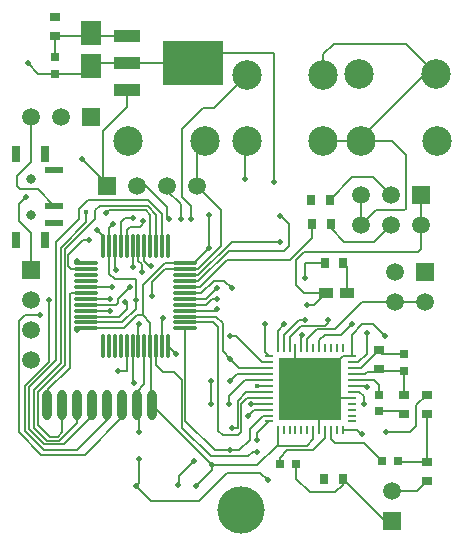
<source format=gtl>
G04*
G04 #@! TF.GenerationSoftware,Altium Limited,Altium Designer,18.0.11 (651)*
G04*
G04 Layer_Physical_Order=1*
G04 Layer_Color=255*
%FSLAX25Y25*%
%MOIN*%
G70*
G01*
G75*
%ADD17R,0.05906X0.02362*%
%ADD18R,0.03150X0.05512*%
%ADD19R,0.03799X0.03150*%
%ADD20R,0.05000X0.03500*%
%ADD21R,0.03150X0.03799*%
%ADD22R,0.03000X0.03000*%
%ADD23O,0.03150X0.10079*%
%ADD24R,0.03000X0.03000*%
%ADD25O,0.00984X0.03150*%
%ADD26O,0.03150X0.00984*%
%ADD27R,0.20866X0.20866*%
%ADD28O,0.01181X0.08268*%
%ADD29O,0.08268X0.01181*%
%ADD30R,0.06693X0.07874*%
%ADD31R,0.20000X0.15000*%
%ADD32R,0.09000X0.04000*%
%ADD57C,0.00500*%
%ADD58C,0.05906*%
%ADD59R,0.05906X0.05906*%
%ADD60C,0.03150*%
%ADD61C,0.09843*%
%ADD62R,0.05906X0.05906*%
%ADD63C,0.01968*%
%ADD64C,0.01575*%
%ADD65C,0.02598*%
%ADD66C,0.15748*%
D17*
X15858Y-74858D02*
D03*
Y-68953D02*
D03*
Y-57142D02*
D03*
D18*
X12921Y-80370D02*
D03*
X3079D02*
D03*
Y-51630D02*
D03*
X12921D02*
D03*
D19*
X140000Y-132000D02*
D03*
Y-138299D02*
D03*
X132500Y-138500D02*
D03*
Y-132201D02*
D03*
X140000Y-160799D02*
D03*
Y-154500D02*
D03*
X124000Y-117201D02*
D03*
Y-123500D02*
D03*
X16000Y-6201D02*
D03*
Y-12500D02*
D03*
D20*
X106500Y-98000D02*
D03*
X113500D02*
D03*
D21*
X112299Y-88000D02*
D03*
X106000D02*
D03*
X105701Y-160000D02*
D03*
X112000D02*
D03*
X107799Y-67000D02*
D03*
X101500D02*
D03*
X101701Y-75000D02*
D03*
X108000D02*
D03*
D22*
X96500Y-155100D02*
D03*
X91000Y-155000D02*
D03*
X130500Y-154000D02*
D03*
X125000Y-153900D02*
D03*
D23*
X48500Y-135500D02*
D03*
X43500D02*
D03*
X38500D02*
D03*
X33500D02*
D03*
X28500D02*
D03*
X23500D02*
D03*
X18500D02*
D03*
X13500D02*
D03*
D24*
X124000Y-137500D02*
D03*
X124100Y-132000D02*
D03*
X132600Y-118500D02*
D03*
X132500Y-124000D02*
D03*
X16000Y-25000D02*
D03*
X16100Y-19500D02*
D03*
D25*
X90394Y-143827D02*
D03*
X92362D02*
D03*
X94331D02*
D03*
X96299D02*
D03*
X98268D02*
D03*
X100236D02*
D03*
X102205D02*
D03*
X104173D02*
D03*
X106142D02*
D03*
X108110D02*
D03*
X110079D02*
D03*
X112047D02*
D03*
Y-116268D02*
D03*
X110079D02*
D03*
X108110D02*
D03*
X106142D02*
D03*
X104173D02*
D03*
X102205D02*
D03*
X100236D02*
D03*
X98268D02*
D03*
X96299D02*
D03*
X94331D02*
D03*
X92362D02*
D03*
X90394D02*
D03*
D26*
X115000Y-140874D02*
D03*
Y-138906D02*
D03*
Y-136937D02*
D03*
Y-134968D02*
D03*
Y-133000D02*
D03*
Y-131032D02*
D03*
Y-129063D02*
D03*
Y-127094D02*
D03*
Y-125126D02*
D03*
Y-123158D02*
D03*
Y-121189D02*
D03*
Y-119220D02*
D03*
X87441D02*
D03*
Y-121189D02*
D03*
Y-123158D02*
D03*
Y-125126D02*
D03*
Y-127094D02*
D03*
Y-129063D02*
D03*
Y-131032D02*
D03*
Y-133000D02*
D03*
Y-134968D02*
D03*
Y-136937D02*
D03*
Y-138906D02*
D03*
Y-140874D02*
D03*
D27*
X101221Y-130047D02*
D03*
D28*
X32173Y-115642D02*
D03*
X34142D02*
D03*
X36110D02*
D03*
X38079D02*
D03*
X40047D02*
D03*
X42016D02*
D03*
X43984D02*
D03*
X45953D02*
D03*
X47921D02*
D03*
X49890D02*
D03*
X51858D02*
D03*
X53827D02*
D03*
Y-82458D02*
D03*
X51858D02*
D03*
X49890D02*
D03*
X47921D02*
D03*
X45953D02*
D03*
X43984D02*
D03*
X42016D02*
D03*
X40047D02*
D03*
X38079D02*
D03*
X36110D02*
D03*
X34142D02*
D03*
X32173D02*
D03*
D29*
X59642Y-109827D02*
D03*
Y-107858D02*
D03*
Y-105890D02*
D03*
Y-103921D02*
D03*
Y-101953D02*
D03*
Y-99984D02*
D03*
Y-98016D02*
D03*
Y-96047D02*
D03*
Y-94079D02*
D03*
Y-92110D02*
D03*
Y-90142D02*
D03*
Y-88173D02*
D03*
X26358D02*
D03*
Y-90142D02*
D03*
Y-92110D02*
D03*
Y-94079D02*
D03*
Y-96047D02*
D03*
Y-98016D02*
D03*
Y-99984D02*
D03*
Y-101953D02*
D03*
Y-103921D02*
D03*
Y-105890D02*
D03*
Y-107858D02*
D03*
Y-109827D02*
D03*
D30*
X28000Y-22315D02*
D03*
Y-11500D02*
D03*
D31*
X62000Y-21500D02*
D03*
D32*
X40000D02*
D03*
Y-12500D02*
D03*
Y-30500D02*
D03*
D57*
X42000Y-127500D02*
Y-115657D01*
Y-127500D02*
X42500Y-128000D01*
X47000Y-69000D02*
X49890Y-71890D01*
X31000Y-69000D02*
X47000D01*
X49890Y-82458D02*
Y-71890D01*
X47000Y-67000D02*
X51858Y-71858D01*
X27000Y-67000D02*
X47000D01*
X24000Y-70000D02*
X27000Y-67000D01*
X53500Y-73500D02*
Y-69500D01*
X43500Y-62500D02*
X46500D01*
X58000Y-73500D02*
Y-68500D01*
X53500Y-64000D02*
X58000Y-68500D01*
X53500Y-64000D02*
Y-62500D01*
X21000Y-123000D02*
Y-98500D01*
X13500Y-130500D02*
X21000Y-123000D01*
X13500Y-135500D02*
Y-130500D01*
X25500Y-80500D02*
X27500D01*
X20500Y-85500D02*
X25500Y-80500D01*
X20500Y-89000D02*
Y-85500D01*
X69500Y-150500D02*
X74500D01*
X59642Y-140642D02*
X69500Y-150500D01*
X59642Y-140642D02*
Y-109827D01*
X117500Y-47000D02*
X139500Y-25000D01*
X104173Y-133000D02*
X115000D01*
X104173Y-143827D02*
Y-137134D01*
X25315Y-25000D02*
X28000Y-22315D01*
X8000Y-54500D02*
Y-39500D01*
X3500Y-59000D02*
X8000Y-54500D01*
X3500Y-62500D02*
Y-59000D01*
Y-62500D02*
X4500Y-63500D01*
X10406D01*
X15858Y-68953D01*
X7000Y-21500D02*
X10500Y-25000D01*
X16000D01*
Y-19400D02*
X16100Y-19500D01*
X16000Y-19400D02*
Y-12500D01*
X27000D02*
X28000Y-11500D01*
X16000Y-12500D02*
X27000D01*
X28000Y-11500D02*
X29000Y-12500D01*
X40000D01*
X139500Y-25000D02*
X143000D01*
X117500Y-47000D02*
X118000Y-47500D01*
X133000Y-15000D02*
X143000Y-25000D01*
X109000Y-15000D02*
X133000D01*
X105591Y-18409D02*
X109000Y-15000D01*
X105591Y-25500D02*
Y-18409D01*
X122500Y-81000D02*
X128000Y-75500D01*
X112500Y-81000D02*
X122500D01*
X108000Y-76500D02*
X112500Y-81000D01*
X108000Y-76500D02*
Y-75000D01*
X105591Y-47500D02*
X118000D01*
X128500D01*
X133000Y-52000D01*
Y-70000D02*
Y-52000D01*
X132500Y-70500D02*
X133000Y-70000D01*
X123000Y-70500D02*
X132500D01*
X118000Y-75500D02*
X123000Y-70500D01*
X122000Y-59500D02*
X128000Y-65500D01*
X115299Y-59500D02*
X122000D01*
X107799Y-67000D02*
X115299Y-59500D01*
X101701Y-79799D02*
Y-75000D01*
X94500Y-87000D02*
X101701Y-79799D01*
X73500Y-87000D02*
X94500D01*
X64453Y-96047D02*
X73500Y-87000D01*
X59642Y-96047D02*
X64453D01*
X63890Y-92110D02*
X75000Y-81000D01*
X91000D01*
Y-72500D02*
X91500D01*
X94000Y-75000D01*
Y-82500D02*
Y-75000D01*
X92500Y-84000D02*
X94000Y-82500D01*
X74000Y-84000D02*
X92500D01*
X63921Y-94079D02*
X74000Y-84000D01*
X59642Y-94079D02*
X63921D01*
X59642Y-92110D02*
X63890D01*
X71500Y-82500D02*
Y-70500D01*
X63858Y-90142D02*
X71500Y-82500D01*
X59642Y-90142D02*
X63858D01*
X4000Y-68500D02*
X6500Y-66000D01*
X4000Y-74000D02*
Y-68500D01*
Y-74000D02*
X8000Y-78000D01*
Y-90500D02*
Y-78000D01*
X30000Y-77000D02*
X32173Y-79173D01*
X33000Y-71500D02*
X34000Y-70500D01*
X46500D01*
X62000Y-21500D02*
X65500Y-18000D01*
X89000D01*
Y-61000D02*
Y-18000D01*
X32000Y-60500D02*
Y-44000D01*
Y-60500D02*
X33500Y-62000D01*
X25000Y-53500D02*
X32000Y-60500D01*
X33500Y-62500D02*
Y-62000D01*
X32000Y-44000D02*
X40000Y-36000D01*
Y-30500D01*
Y-21500D02*
X62000D01*
X28000Y-22315D02*
X28815Y-21500D01*
X40000D01*
X16000Y-25000D02*
X25315D01*
X4000Y-107500D02*
X6000Y-105500D01*
X11000D01*
X4000Y-144500D02*
Y-107500D01*
X32173Y-82458D02*
Y-79173D01*
X20500Y-89000D02*
X21642Y-90142D01*
X34142Y-76358D02*
X35500Y-75000D01*
X34142Y-82458D02*
Y-76358D01*
X29500Y-70500D02*
X31000Y-69000D01*
X29500Y-73500D02*
Y-70500D01*
X19500Y-83500D02*
X29500Y-73500D01*
X26500Y-74500D02*
Y-71000D01*
X18000Y-83000D02*
X26500Y-74500D01*
X24000Y-73500D02*
Y-70000D01*
X16500Y-81000D02*
X24000Y-73500D01*
X16500Y-120500D02*
Y-81000D01*
X63500Y-50000D02*
X66000Y-47500D01*
X63500Y-62500D02*
Y-50000D01*
X67500Y-83000D02*
Y-72000D01*
X63500Y-62500D02*
X71500Y-70500D01*
X59642Y-88173D02*
X62327D01*
X67500Y-83000D01*
X34142Y-91642D02*
Y-82458D01*
Y-91642D02*
X36000Y-93500D01*
X43000D01*
X69000Y-36500D02*
X80000Y-25500D01*
X65500Y-36500D02*
X69000D01*
X58500Y-43500D02*
X65500Y-36500D01*
X58500Y-66000D02*
Y-43500D01*
Y-66000D02*
X61500Y-69000D01*
Y-73500D02*
Y-69000D01*
X47500Y-89000D02*
X48000D01*
X45953Y-87453D02*
X47500Y-89000D01*
X45953Y-87453D02*
Y-82458D01*
X43984Y-87484D02*
Y-82458D01*
Y-87484D02*
X45000Y-88500D01*
Y-91000D02*
Y-88500D01*
X42000Y-82474D02*
X42016Y-82458D01*
X42000Y-89500D02*
Y-82474D01*
X46500Y-62500D02*
X53500Y-69500D01*
X79500Y-48000D02*
X80000Y-47500D01*
X79500Y-60000D02*
Y-48000D01*
X44500Y-76000D02*
X45500Y-75000D01*
X41000Y-76000D02*
X44500D01*
X40047Y-76953D02*
X41000Y-76000D01*
X40047Y-82458D02*
Y-76953D01*
X46500Y-70500D02*
X47921Y-71921D01*
X39500Y-73000D02*
X42000D01*
X38079Y-74421D02*
X39500Y-73000D01*
X38079Y-82458D02*
Y-74421D01*
X47921Y-82458D02*
Y-71921D01*
X40000Y-103500D02*
Y-101000D01*
X21642Y-90142D02*
X26358D01*
X36110Y-90110D02*
X36500Y-90500D01*
X36110Y-90110D02*
Y-82458D01*
X43000Y-100500D02*
Y-93500D01*
X37000Y-100000D02*
X41000Y-96000D01*
X37000Y-101500D02*
Y-100000D01*
X36547Y-101953D02*
X37000Y-101500D01*
X26358Y-101953D02*
X36547D01*
X43000Y-103500D02*
Y-100500D01*
X38642Y-107858D02*
X43000Y-103500D01*
X37610Y-105890D02*
X40000Y-103500D01*
X26358Y-105890D02*
X37610D01*
X48500Y-99000D02*
Y-94500D01*
X52858Y-90142D01*
X59642D01*
X37000Y-124000D02*
X40047D01*
Y-115642D01*
X118000Y-75500D02*
Y-65500D01*
X138000Y-75500D02*
Y-65500D01*
Y-83500D02*
Y-75500D01*
X137000Y-84500D02*
X138000Y-83500D01*
X99000Y-84500D02*
X137000D01*
X96500Y-87000D02*
X99000Y-84500D01*
X96500Y-95500D02*
Y-87000D01*
Y-95500D02*
X99000Y-98000D01*
X106500D01*
X129500Y-101000D02*
X139500D01*
X99500Y-88000D02*
X106000D01*
X99500Y-93000D02*
Y-88000D01*
X111500Y-112000D02*
X115000Y-108500D01*
X106000Y-112000D02*
X111500D01*
X104173Y-113827D02*
X106000Y-112000D01*
X104173Y-116268D02*
Y-113827D01*
X118500Y-101000D02*
X129500D01*
X109500Y-110000D02*
X118500Y-101000D01*
X103500Y-110000D02*
X109500D01*
X100236Y-113264D02*
X103500Y-110000D01*
X100236Y-116268D02*
Y-113264D01*
X107000Y-108000D02*
Y-107000D01*
X106000Y-109000D02*
X107000Y-108000D01*
X98000Y-109000D02*
X106000D01*
X112299Y-88000D02*
X113500Y-89201D01*
Y-98000D02*
Y-89201D01*
X94331Y-112669D02*
X98000Y-109000D01*
X94331Y-116268D02*
Y-112669D01*
X98268Y-112732D02*
X98500Y-112500D01*
X98268Y-116268D02*
Y-112732D01*
X92362Y-112138D02*
X97500Y-107000D01*
X99500D01*
X100000Y-102000D02*
X102500D01*
X106500Y-98000D01*
X92362Y-116268D02*
Y-112138D01*
X90394Y-110606D02*
X92500Y-108500D01*
X90394Y-116268D02*
Y-110606D01*
X51858Y-106642D02*
X52000Y-106500D01*
X51858Y-115642D02*
Y-106642D01*
X26358Y-107858D02*
X38642D01*
X45500Y-105500D02*
Y-95500D01*
X52827Y-88173D01*
X59642D01*
X47921Y-115642D02*
Y-107921D01*
X45500Y-105500D02*
X47921Y-107921D01*
X43500Y-105500D02*
X45500D01*
X39173Y-109827D02*
X43500Y-105500D01*
X26358Y-109827D02*
X39173D01*
X34000Y-115784D02*
X34142Y-115642D01*
X84500Y-158000D02*
X87000Y-160500D01*
X73500Y-158000D02*
X84500D01*
X64000Y-167500D02*
X73500Y-158000D01*
X48000Y-167500D02*
X64000D01*
X43000Y-162500D02*
X48000Y-167500D01*
X52252Y-124252D02*
X55752D01*
X49890Y-121890D02*
X52252Y-124252D01*
X49890Y-121890D02*
Y-115642D01*
X63000Y-162500D02*
X68500Y-157000D01*
X83500Y-155500D02*
X90000Y-149000D01*
X48500Y-135500D02*
X68500Y-155500D01*
Y-157000D02*
Y-155500D01*
X83500D01*
X68000Y-152500D02*
X80500D01*
X58500Y-143000D02*
X68000Y-152500D01*
X80500D02*
X82000Y-151000D01*
X83500D01*
X90000Y-149000D02*
X100000D01*
X90000D02*
X90394Y-148606D01*
X58500Y-143000D02*
Y-127000D01*
X55752Y-124252D02*
X58500Y-127000D01*
X79405Y-127094D02*
X87441D01*
X74000Y-132500D02*
X79405Y-127094D01*
X83563Y-129063D02*
X87441D01*
X59642Y-98016D02*
X64984D01*
X69000Y-94000D01*
X72500D01*
X75000Y-96500D01*
X83500Y-147000D02*
Y-144815D01*
X87441Y-140874D01*
X100000Y-149000D02*
X102205Y-146795D01*
Y-143827D01*
X90394Y-148606D02*
Y-143827D01*
X43984Y-115642D02*
Y-108516D01*
X68201Y-135000D02*
Y-127500D01*
X57500Y-161500D02*
Y-159000D01*
X62500Y-154000D01*
X43000Y-162500D02*
X44000Y-161500D01*
Y-153500D01*
X43500Y-135500D02*
X44000Y-136000D01*
Y-144500D02*
Y-136000D01*
X42000Y-115657D02*
X42016Y-115642D01*
X115000Y-119220D02*
Y-112000D01*
X118500Y-108500D01*
X122000D01*
X126000Y-112500D01*
X120000Y-118500D02*
Y-111500D01*
X117311Y-121189D02*
X120000Y-118500D01*
X115000Y-121189D02*
X117311D01*
X124000Y-117201D02*
X125299Y-118500D01*
X132600D01*
X118043Y-123158D02*
X124000Y-117201D01*
X115000Y-123158D02*
X118043D01*
X96299Y-125126D02*
X98858Y-127685D01*
X108307Y-122961D02*
X112047Y-119220D01*
X103583Y-127685D02*
X108307Y-122961D01*
X101221Y-130047D02*
X103583Y-127685D01*
X112047Y-119220D02*
X115000D01*
X103583Y-132409D02*
X104173Y-133000D01*
X96299Y-125126D02*
Y-116268D01*
X119000Y-135000D02*
Y-132500D01*
X117532Y-131032D02*
X119000Y-132500D01*
X115000Y-131032D02*
X117532D01*
X115000Y-129063D02*
X119437D01*
X124100Y-132000D02*
Y-128600D01*
X122594Y-127094D02*
X124100Y-128600D01*
X115000Y-127094D02*
X122594D01*
X126500Y-144500D02*
X134500D01*
X136500Y-142500D01*
Y-135500D01*
X140000Y-132000D01*
X115000Y-125126D02*
X119374D01*
X120000Y-124500D01*
X124000D01*
X124500Y-124000D01*
X132500D01*
Y-132201D02*
Y-124000D01*
X131500Y-137500D02*
X132500Y-138500D01*
X124000Y-137500D02*
X131500D01*
X140000Y-154500D02*
Y-138299D01*
X130500Y-154000D02*
X131000Y-154500D01*
X140000D01*
X136799Y-164000D02*
X140000Y-160799D01*
X128500Y-164000D02*
X136799D01*
X126000Y-174000D02*
X128500D01*
X112000Y-160000D02*
X126000Y-174000D01*
X116827Y-143827D02*
X118000Y-145000D01*
X112047Y-143827D02*
X116827D01*
X119100Y-148000D02*
X125000Y-153900D01*
X109500Y-148000D02*
X119100D01*
X108110Y-146610D02*
X109500Y-148000D01*
X108110Y-146610D02*
Y-143827D01*
X112000Y-162000D02*
Y-160000D01*
X109500Y-164500D02*
X112000Y-162000D01*
X101000Y-164500D02*
X109500D01*
X96500Y-160000D02*
X101000Y-164500D01*
X96500Y-160000D02*
Y-155100D01*
X91000Y-155000D02*
Y-153000D01*
X93500Y-150500D01*
X102000D01*
X106142Y-146358D01*
Y-143827D01*
X26358Y-96047D02*
X26406Y-96000D01*
X35000D01*
X80500Y-139000D02*
X82563Y-136937D01*
X87441D01*
X85594Y-138906D02*
X87441D01*
X81000Y-143500D02*
X85594Y-138906D01*
X81000Y-147000D02*
Y-143500D01*
X59642Y-99984D02*
X66516D01*
X70000Y-96500D01*
X80000Y-133000D02*
X87441D01*
X78000Y-135000D02*
X80000Y-133000D01*
X78000Y-144500D02*
Y-135000D01*
X81500D02*
X81532Y-134968D01*
X87441D01*
X79969Y-131032D02*
X87441D01*
X77000Y-134000D02*
X79969Y-131032D01*
X77000Y-143000D02*
Y-134000D01*
X74000Y-135000D02*
Y-132500D01*
X59642Y-107858D02*
X68858D01*
X70500Y-109500D01*
Y-144000D02*
Y-109500D01*
Y-144000D02*
X72000Y-145500D01*
X77000D01*
X78000Y-144500D01*
X53827Y-115642D02*
X56500Y-118315D01*
Y-118500D02*
Y-118315D01*
X59642Y-101953D02*
X66547D01*
X68500Y-100000D01*
X70000D01*
X59642Y-103921D02*
X69579D01*
X70000Y-103500D01*
X59642Y-105890D02*
X69890D01*
X72000Y-108000D01*
Y-117500D02*
Y-108000D01*
Y-117500D02*
X74500Y-120000D01*
X77658Y-123158D02*
X87441D01*
X74500Y-120000D02*
X77658Y-123158D01*
X76874Y-125126D02*
X87441D01*
X74500Y-127500D02*
X76874Y-125126D01*
X74500Y-150500D02*
X77500D01*
X81000Y-147000D01*
X75000Y-143000D02*
X77000D01*
X76500Y-112500D02*
X85189Y-121189D01*
X74500Y-112500D02*
X76500D01*
X85189Y-121189D02*
X87441D01*
X86000Y-117780D02*
Y-108500D01*
Y-117780D02*
X87441Y-119220D01*
X48000Y-135000D02*
Y-115720D01*
Y-135000D02*
X48500Y-135500D01*
X43500D02*
Y-131000D01*
X45953Y-128547D01*
Y-115642D01*
X47921D02*
X48000Y-115720D01*
X26358Y-103921D02*
X26437Y-104000D01*
X34500D01*
X4000Y-144500D02*
X11500Y-152000D01*
X26000D01*
X38500Y-139500D01*
Y-135500D01*
X26358Y-99984D02*
X26374Y-100000D01*
X34500D01*
X14000Y-121000D02*
Y-100500D01*
X6000Y-129000D02*
X14000Y-121000D01*
X6000Y-144000D02*
Y-129000D01*
Y-144000D02*
X12500Y-150500D01*
X23500D01*
X33500Y-140500D01*
Y-135500D01*
X51858Y-82458D02*
Y-71858D01*
X18000Y-121500D02*
Y-83000D01*
X19500Y-122000D02*
Y-83500D01*
X7500Y-129500D02*
X16500Y-120500D01*
X7500Y-143500D02*
Y-129500D01*
X9000Y-130500D02*
X18000Y-121500D01*
X9000Y-143000D02*
Y-130500D01*
X10500Y-131000D02*
X19500Y-122000D01*
X10500Y-142000D02*
Y-131000D01*
X7500Y-143500D02*
X12500Y-148500D01*
X19000D01*
X28500Y-139000D01*
Y-135500D01*
X9000Y-143000D02*
X13500Y-147500D01*
X17500D01*
X23500Y-141500D01*
Y-135500D01*
X10500Y-142000D02*
X14500Y-146000D01*
X17000D01*
X18500Y-144500D01*
Y-135500D01*
X21484Y-98016D02*
X26358D01*
X21000Y-98500D02*
X21484Y-98016D01*
D58*
X129500Y-101000D02*
D03*
Y-91000D02*
D03*
X139500Y-101000D02*
D03*
X63500Y-62500D02*
D03*
X53500D02*
D03*
X43500D02*
D03*
X18000Y-39500D02*
D03*
X8000D02*
D03*
X128500Y-164000D02*
D03*
X8000Y-120500D02*
D03*
Y-110500D02*
D03*
Y-100500D02*
D03*
X138000Y-75500D02*
D03*
X128000Y-65500D02*
D03*
Y-75500D02*
D03*
X118000Y-65500D02*
D03*
Y-75500D02*
D03*
D59*
X139500Y-91000D02*
D03*
X33500Y-62500D02*
D03*
X28000Y-39500D02*
D03*
X138000Y-65500D02*
D03*
D60*
X8000Y-71905D02*
D03*
Y-60094D02*
D03*
D61*
X66000Y-47500D02*
D03*
X40409D02*
D03*
X80000Y-25500D02*
D03*
X105591D02*
D03*
X80000Y-47500D02*
D03*
X105591D02*
D03*
X143591D02*
D03*
X118000D02*
D03*
X117409Y-25000D02*
D03*
X143000D02*
D03*
D62*
X128500Y-174000D02*
D03*
X8000Y-90500D02*
D03*
D63*
X16500Y-6000D02*
D03*
X7000Y-21500D02*
D03*
X29900Y-14000D02*
D03*
X91000Y-81000D02*
D03*
Y-72500D02*
D03*
X6500Y-66000D02*
D03*
X30000Y-77000D02*
D03*
X27500Y-80500D02*
D03*
X33000Y-71500D02*
D03*
X89000Y-61000D02*
D03*
X16000Y-57000D02*
D03*
X25000Y-53500D02*
D03*
X27500Y-24500D02*
D03*
X35500Y-75000D02*
D03*
X67500Y-72000D02*
D03*
Y-83000D02*
D03*
X61500Y-73500D02*
D03*
X48000Y-89000D02*
D03*
X45000Y-91000D02*
D03*
X58000Y-73500D02*
D03*
X42000Y-89500D02*
D03*
X54000Y-73500D02*
D03*
X79500Y-60000D02*
D03*
X45500Y-74000D02*
D03*
X42000Y-73000D02*
D03*
X36500Y-90500D02*
D03*
X101500Y-67000D02*
D03*
X41000Y-96000D02*
D03*
X39500Y-101000D02*
D03*
X48500Y-99000D02*
D03*
X43000Y-100500D02*
D03*
X37000Y-124000D02*
D03*
X99500Y-93000D02*
D03*
X115000Y-108500D02*
D03*
X107000Y-107000D02*
D03*
X98500Y-112000D02*
D03*
X99500Y-107000D02*
D03*
X100000Y-102000D02*
D03*
X92500Y-108500D02*
D03*
X52000Y-106500D02*
D03*
X23500Y-87500D02*
D03*
Y-110500D02*
D03*
X87000Y-160500D02*
D03*
X68500Y-155500D02*
D03*
X83500Y-151000D02*
D03*
X75000Y-96500D02*
D03*
X83500Y-147000D02*
D03*
X63000Y-162500D02*
D03*
X44000Y-108500D02*
D03*
X68201Y-135000D02*
D03*
Y-127500D02*
D03*
X57000Y-162000D02*
D03*
X62500Y-154000D02*
D03*
X43000Y-162500D02*
D03*
X44000Y-153500D02*
D03*
Y-144500D02*
D03*
X42500Y-128000D02*
D03*
X126000Y-112500D02*
D03*
X120000Y-111500D02*
D03*
Y-129500D02*
D03*
X119000Y-135000D02*
D03*
X126500Y-144500D02*
D03*
X118500Y-145000D02*
D03*
X105500Y-160000D02*
D03*
X35000Y-96000D02*
D03*
X80500Y-139000D02*
D03*
X70000Y-96500D02*
D03*
X81500Y-135000D02*
D03*
X74000D02*
D03*
X56500Y-118500D02*
D03*
X70000Y-100000D02*
D03*
Y-103500D02*
D03*
X74500Y-150500D02*
D03*
X75000Y-143000D02*
D03*
X74500Y-127500D02*
D03*
Y-120000D02*
D03*
Y-112500D02*
D03*
X86000Y-108500D02*
D03*
X34500Y-104000D02*
D03*
X11000Y-105500D02*
D03*
X34500Y-100000D02*
D03*
X14000Y-100500D02*
D03*
D64*
X26500Y-71000D02*
D03*
X83563Y-129063D02*
D03*
D65*
X94134Y-137134D02*
D03*
Y-132409D02*
D03*
Y-127685D02*
D03*
Y-122961D02*
D03*
X98858Y-137134D02*
D03*
Y-132409D02*
D03*
Y-127685D02*
D03*
Y-122961D02*
D03*
X103583Y-137134D02*
D03*
Y-132409D02*
D03*
Y-127685D02*
D03*
Y-122961D02*
D03*
X108307Y-137134D02*
D03*
Y-132409D02*
D03*
Y-127685D02*
D03*
Y-122961D02*
D03*
D66*
X78000Y-170500D02*
D03*
M02*

</source>
